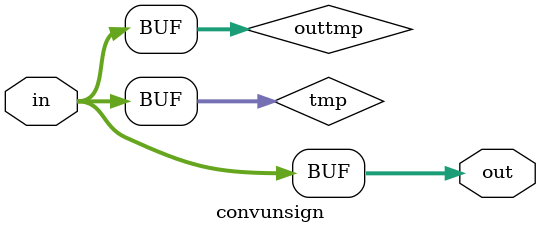
<source format=v>
/*
Rohan Krishna Ramkhumar, rxr353
Sydney Tenaglia, snt21

Modified convsign to convert 2's complement to signed binary
*/
module convunsign(
						input [11:0] in,
						output [11:0] out
						);


reg [11:0] tmp;
reg [11:0] outtmp;
assign out = outtmp;

always 
	begin
		if (in[11] == 12'b100000000000)//switches out of range 12 bit to range singed
			tmp = 12'b100000000001;
		else
			tmp = in;
		
		if (in[11] == 12'b100000000000)//2s complement
			outtmp = ~(tmp - 12'b1) + 12'b100000000000;
		else
			outtmp = tmp;
	end
endmodule
</source>
